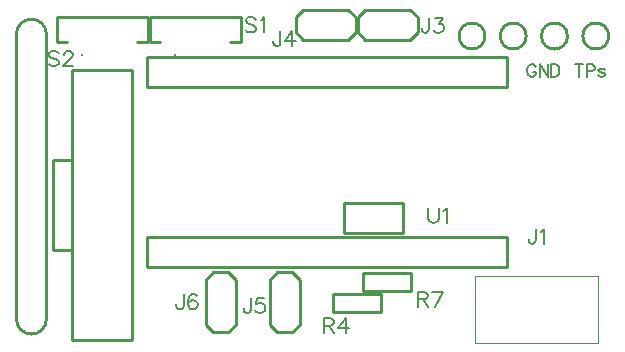
<source format=gbr>
G04 DipTrace 3.0.0.2*
G04 TopSilk.gbr*
%MOIN*%
G04 #@! TF.FileFunction,Legend,Top*
G04 #@! TF.Part,Single*
%ADD10C,0.009843*%
%ADD18C,0.003937*%
%ADD30C,0.0118*%
%ADD80C,0.00772*%
%ADD82C,0.006176*%
%FSLAX26Y26*%
G04*
G70*
G90*
G75*
G01*
G04 TopSilk*
%LPD*%
X1942826Y631400D2*
D18*
X2351858D1*
Y408172D1*
X1942826D1*
Y631400D1*
X598381Y417226D2*
D10*
X798380D1*
Y1317226D1*
X598381D1*
Y417226D1*
X535880Y717196D2*
X598381D1*
Y1017256D1*
X535880D1*
Y717196D1*
X1725251Y1518999D2*
X1575251D1*
X1550251Y1493999D1*
Y1443999D1*
X1575251Y1418999D2*
X1550251Y1443999D1*
X1725251Y1418999D2*
X1575251D1*
X1750251Y1443999D2*
X1725251Y1418999D1*
X1750251Y1493999D2*
Y1443999D1*
Y1493999D2*
X1725251Y1518999D1*
X1369000Y1419001D2*
X1519000D1*
X1544000Y1444001D1*
Y1494001D1*
X1519000Y1519001D2*
X1544000Y1494001D1*
X1369000Y1519001D2*
X1519000D1*
X1344000Y1494001D2*
X1369000Y1519001D1*
X1344000Y1444001D2*
Y1494001D1*
Y1444001D2*
X1369000Y1419001D1*
X1256500Y619000D2*
Y469000D1*
X1281500Y444000D1*
X1331500D1*
X1356500Y469000D2*
X1331500Y444000D1*
X1356500Y619000D2*
Y469000D1*
X1331500Y644000D2*
X1356500Y619000D1*
X1281500Y644000D2*
X1331500D1*
X1281500D2*
X1256500Y619000D1*
X1044000D2*
Y469000D1*
X1069000Y444000D1*
X1119000D1*
X1144000Y469000D2*
X1119000Y444000D1*
X1144000Y619000D2*
Y469000D1*
X1119000Y644000D2*
X1144000Y619000D1*
X1069000Y644000D2*
X1119000D1*
X1069000D2*
X1044000Y619000D1*
X1468238Y572201D2*
Y512201D1*
X1628513Y572201D2*
X1468238D1*
X1628513D2*
Y512201D1*
X1468238D1*
X1568238Y640950D2*
Y580950D1*
X1728513Y640950D2*
X1568238D1*
X1728513D2*
Y580950D1*
X1568238D1*
X512777Y1437351D2*
Y488151D1*
X412722Y1437351D2*
Y488151D1*
G03X512777Y488151I50028J-371D01*
G01*
Y1437351D2*
G03X412722Y1437351I-50028J371D01*
G01*
D30*
X941179Y1367479D3*
X891961Y1412757D2*
D10*
X856530Y1412744D1*
Y1495428D1*
X1159846D1*
X1159877Y1412744D1*
X1124446Y1412757D1*
D30*
X631522Y1367479D3*
X582304Y1412757D2*
D10*
X546873Y1412744D1*
Y1495428D1*
X850189D1*
X850219Y1412744D1*
X814788Y1412757D1*
X2300693Y1431500D2*
G02X2300693Y1431500I43307J0D01*
G01*
X2163193D2*
G02X2163193Y1431500I43307J0D01*
G01*
X2025693D2*
G02X2025693Y1431500I43307J0D01*
G01*
X1888193D2*
G02X1888193Y1431500I43307J0D01*
G01*
X848238Y1260923D2*
X2048127D1*
Y1360953D1*
X848238D1*
Y1260923D1*
Y660952D2*
X2048127D1*
Y760982D1*
X848238D1*
Y660952D1*
X1503257Y775962D2*
X1701599D1*
Y875923D1*
X1503257D1*
Y775962D1*
X2144515Y789466D2*
D80*
Y751219D1*
X2142138Y744034D1*
X2139706Y741658D1*
X2134953Y739226D1*
X2130144D1*
X2125391Y741658D1*
X2123015Y744034D1*
X2120583Y751219D1*
Y755973D1*
X2159954Y779849D2*
X2164762Y782281D1*
X2171947Y789411D1*
Y739226D1*
X1787750Y1492220D2*
Y1453974D1*
X1785374Y1446789D1*
X1782942Y1444412D1*
X1778189Y1441980D1*
X1773380D1*
X1768627Y1444412D1*
X1766250Y1446789D1*
X1763819Y1453974D1*
Y1458727D1*
X1807998Y1492165D2*
X1834251D1*
X1819936Y1473042D1*
X1827121D1*
X1831874Y1470665D1*
X1834251Y1468289D1*
X1836683Y1461104D1*
Y1456351D1*
X1834251Y1449165D1*
X1829498Y1444357D1*
X1822313Y1441980D1*
X1815128D1*
X1807998Y1444357D1*
X1805621Y1446789D1*
X1803189Y1451542D1*
X1292811Y1448475D2*
Y1410229D1*
X1290435Y1403043D1*
X1288003Y1400667D1*
X1283250Y1398235D1*
X1278441D1*
X1273688Y1400667D1*
X1271311Y1403043D1*
X1268880Y1410229D1*
Y1414982D1*
X1332182Y1398235D2*
Y1448420D1*
X1308251Y1414982D1*
X1344120D1*
X1194000Y558292D2*
Y520045D1*
X1191623Y512860D1*
X1189191Y510484D1*
X1184438Y508052D1*
X1179629D1*
X1174876Y510484D1*
X1172500Y512860D1*
X1170068Y520045D1*
Y524799D1*
X1238124Y558237D2*
X1214247D1*
X1211871Y536737D1*
X1214247Y539113D1*
X1221432Y541545D1*
X1228562D1*
X1235747Y539113D1*
X1240556Y534360D1*
X1242932Y527175D1*
Y522422D1*
X1240556Y515237D1*
X1235747Y510429D1*
X1228562Y508052D1*
X1221432D1*
X1214247Y510429D1*
X1211871Y512860D1*
X1209439Y517614D1*
X970215Y570791D2*
Y532544D1*
X967839Y525359D1*
X965407Y522983D1*
X960654Y520551D1*
X955845D1*
X951092Y522983D1*
X948716Y525359D1*
X946284Y532544D1*
Y537297D1*
X1014340Y563606D2*
X1011963Y568359D1*
X1004778Y570735D1*
X1000025D1*
X992840Y568359D1*
X988031Y561174D1*
X985655Y549236D1*
Y537297D1*
X988031Y527736D1*
X992840Y522927D1*
X1000025Y520551D1*
X1002401D1*
X1009531Y522927D1*
X1014340Y527736D1*
X1016716Y534921D1*
Y537297D1*
X1014340Y544482D1*
X1009531Y549236D1*
X1002401Y551612D1*
X1000025D1*
X992840Y549236D1*
X988031Y544482D1*
X985655Y537297D1*
X1437198Y466500D2*
X1458698D1*
X1465883Y468932D1*
X1468315Y471308D1*
X1470692Y476062D1*
Y480870D1*
X1468315Y485623D1*
X1465883Y488055D1*
X1458698Y490432D1*
X1437198D1*
Y440192D1*
X1453945Y466500D2*
X1470692Y440192D1*
X1510063D2*
Y490376D1*
X1486131Y456938D1*
X1522001D1*
X1750887Y554000D2*
X1772387D1*
X1779572Y556432D1*
X1782004Y558808D1*
X1784380Y563562D1*
Y568370D1*
X1782004Y573123D1*
X1779572Y575555D1*
X1772387Y577932D1*
X1750887D1*
Y527692D1*
X1767633Y554000D2*
X1784380Y527692D1*
X1809381D2*
X1833313Y577876D1*
X1799819D1*
X1211235Y1486466D2*
X1206482Y1491274D1*
X1199297Y1493651D1*
X1189735D1*
X1182550Y1491274D1*
X1177742Y1486466D1*
Y1481713D1*
X1180174Y1476904D1*
X1182550Y1474528D1*
X1187303Y1472151D1*
X1201673Y1467343D1*
X1206482Y1464966D1*
X1208858Y1462534D1*
X1211235Y1457781D1*
Y1450596D1*
X1206482Y1445843D1*
X1199297Y1443411D1*
X1189735D1*
X1182550Y1445843D1*
X1177742Y1450596D1*
X1226674Y1484034D2*
X1231483Y1486466D1*
X1238668Y1493596D1*
Y1443411D1*
X553325Y1373966D2*
X548572Y1378774D1*
X541387Y1381151D1*
X531825D1*
X524640Y1378774D1*
X519832Y1373966D1*
Y1369213D1*
X522264Y1364404D1*
X524640Y1362028D1*
X529393Y1359651D1*
X543763Y1354843D1*
X548572Y1352466D1*
X550948Y1350034D1*
X553325Y1345281D1*
Y1338096D1*
X548572Y1333343D1*
X541387Y1330911D1*
X531825D1*
X524640Y1333343D1*
X519832Y1338096D1*
X571196Y1369157D2*
Y1371534D1*
X573573Y1376342D1*
X575949Y1378719D1*
X580758Y1381096D1*
X590319D1*
X595073Y1378719D1*
X597449Y1376342D1*
X599881Y1371534D1*
Y1366781D1*
X597449Y1361972D1*
X592696Y1354843D1*
X568764Y1330911D1*
X602258D1*
X1786411Y859175D2*
Y823305D1*
X1788788Y816120D1*
X1793596Y811367D1*
X1800781Y808935D1*
X1805534D1*
X1812719Y811367D1*
X1817528Y816120D1*
X1819904Y823305D1*
Y859175D1*
X1835344Y849558D2*
X1840152Y851990D1*
X1847337Y859120D1*
Y808935D1*
X2144608Y1327058D2*
D82*
X2142707Y1330861D1*
X2138860Y1334708D1*
X2135057Y1336609D1*
X2127408D1*
X2123561Y1334708D1*
X2119759Y1330861D1*
X2117813Y1327058D1*
X2115912Y1321310D1*
Y1311716D1*
X2117813Y1306012D1*
X2119759Y1302165D1*
X2123561Y1298362D1*
X2127408Y1296417D1*
X2135057D1*
X2138860Y1298362D1*
X2142707Y1302165D1*
X2144608Y1306012D1*
Y1311716D1*
X2135057D1*
X2183754Y1336609D2*
Y1296417D1*
X2156959Y1336609D1*
Y1296417D1*
X2196105Y1336609D2*
Y1296417D1*
X2209503D1*
X2215251Y1298362D1*
X2219098Y1302165D1*
X2220999Y1306012D1*
X2222900Y1311716D1*
Y1321310D1*
X2220999Y1327058D1*
X2219098Y1330861D1*
X2215251Y1334708D1*
X2209503Y1336609D1*
X2196105D1*
X2287530D2*
Y1296417D1*
X2274132Y1336609D2*
X2300927D1*
X2313278Y1315562D2*
X2330522D1*
X2336226Y1317464D1*
X2338172Y1319409D1*
X2340073Y1323212D1*
Y1328960D1*
X2338172Y1332762D1*
X2336226Y1334708D1*
X2330522Y1336609D1*
X2313278D1*
Y1296417D1*
X2373471Y1317464D2*
X2371570Y1321310D1*
X2365822Y1323212D1*
X2360074D1*
X2354326Y1321310D1*
X2352424Y1317464D1*
X2354326Y1313661D1*
X2358172Y1311716D1*
X2367723Y1309814D1*
X2371570Y1307913D1*
X2373471Y1304066D1*
Y1302165D1*
X2371570Y1298362D1*
X2365822Y1296417D1*
X2360074D1*
X2354326Y1298362D1*
X2352424Y1302165D1*
M02*

</source>
